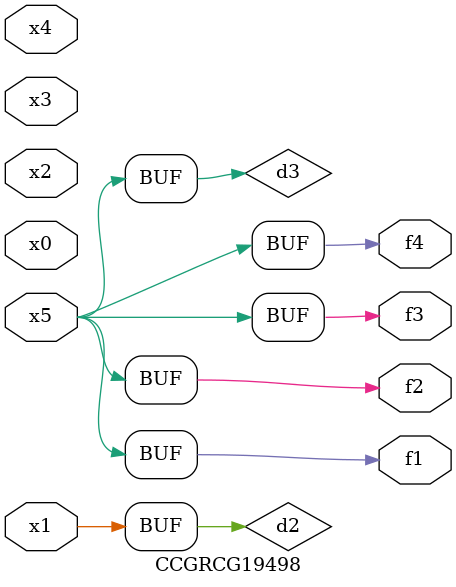
<source format=v>
module CCGRCG19498(
	input x0, x1, x2, x3, x4, x5,
	output f1, f2, f3, f4
);

	wire d1, d2, d3;

	not (d1, x5);
	or (d2, x1);
	xnor (d3, d1);
	assign f1 = d3;
	assign f2 = d3;
	assign f3 = d3;
	assign f4 = d3;
endmodule

</source>
